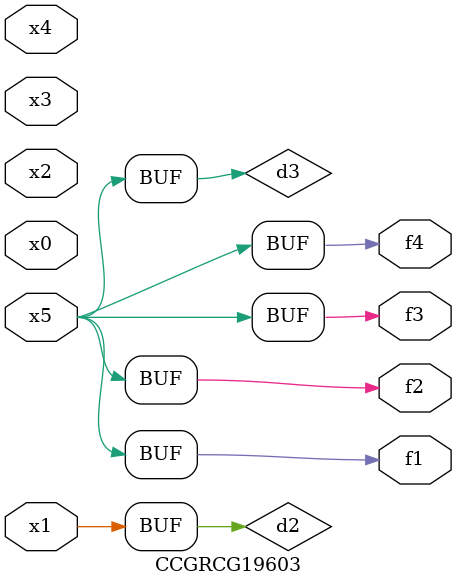
<source format=v>
module CCGRCG19603(
	input x0, x1, x2, x3, x4, x5,
	output f1, f2, f3, f4
);

	wire d1, d2, d3;

	not (d1, x5);
	or (d2, x1);
	xnor (d3, d1);
	assign f1 = d3;
	assign f2 = d3;
	assign f3 = d3;
	assign f4 = d3;
endmodule

</source>
